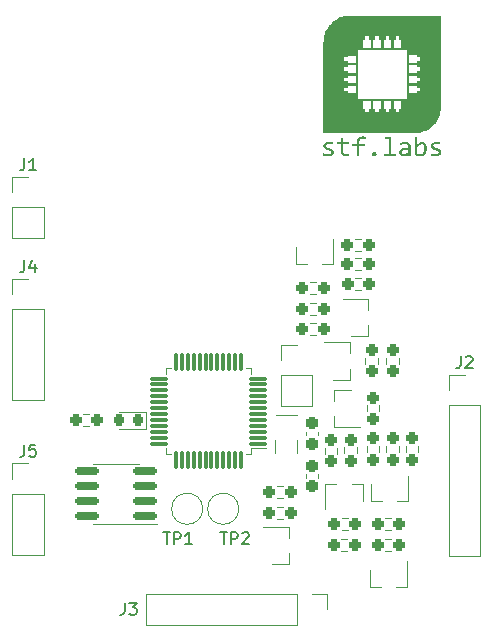
<source format=gto>
G04 #@! TF.GenerationSoftware,KiCad,Pcbnew,7.0.11-2.fc39*
G04 #@! TF.CreationDate,2024-05-22T12:02:30+02:00*
G04 #@! TF.ProjectId,home_automation_module_std,686f6d65-5f61-4757-946f-6d6174696f6e,1.0*
G04 #@! TF.SameCoordinates,Original*
G04 #@! TF.FileFunction,Legend,Top*
G04 #@! TF.FilePolarity,Positive*
%FSLAX46Y46*%
G04 Gerber Fmt 4.6, Leading zero omitted, Abs format (unit mm)*
G04 Created by KiCad (PCBNEW 7.0.11-2.fc39) date 2024-05-22 12:02:30*
%MOMM*%
%LPD*%
G01*
G04 APERTURE LIST*
G04 Aperture macros list*
%AMRoundRect*
0 Rectangle with rounded corners*
0 $1 Rounding radius*
0 $2 $3 $4 $5 $6 $7 $8 $9 X,Y pos of 4 corners*
0 Add a 4 corners polygon primitive as box body*
4,1,4,$2,$3,$4,$5,$6,$7,$8,$9,$2,$3,0*
0 Add four circle primitives for the rounded corners*
1,1,$1+$1,$2,$3*
1,1,$1+$1,$4,$5*
1,1,$1+$1,$6,$7*
1,1,$1+$1,$8,$9*
0 Add four rect primitives between the rounded corners*
20,1,$1+$1,$2,$3,$4,$5,0*
20,1,$1+$1,$4,$5,$6,$7,0*
20,1,$1+$1,$6,$7,$8,$9,0*
20,1,$1+$1,$8,$9,$2,$3,0*%
G04 Aperture macros list end*
%ADD10C,0.150000*%
%ADD11C,0.120000*%
%ADD12RoundRect,0.237500X0.250000X0.237500X-0.250000X0.237500X-0.250000X-0.237500X0.250000X-0.237500X0*%
%ADD13R,0.900000X0.800000*%
%ADD14R,1.700000X1.700000*%
%ADD15O,1.700000X1.700000*%
%ADD16RoundRect,0.237500X-0.250000X-0.237500X0.250000X-0.237500X0.250000X0.237500X-0.250000X0.237500X0*%
%ADD17RoundRect,0.150000X0.825000X0.150000X-0.825000X0.150000X-0.825000X-0.150000X0.825000X-0.150000X0*%
%ADD18RoundRect,0.237500X0.237500X-0.250000X0.237500X0.250000X-0.237500X0.250000X-0.237500X-0.250000X0*%
%ADD19RoundRect,0.237500X-0.237500X0.300000X-0.237500X-0.300000X0.237500X-0.300000X0.237500X0.300000X0*%
%ADD20R,0.800000X0.900000*%
%ADD21RoundRect,0.237500X-0.237500X0.250000X-0.237500X-0.250000X0.237500X-0.250000X0.237500X0.250000X0*%
%ADD22R,1.800000X1.750000*%
%ADD23RoundRect,0.075000X0.662500X0.075000X-0.662500X0.075000X-0.662500X-0.075000X0.662500X-0.075000X0*%
%ADD24RoundRect,0.075000X0.075000X0.662500X-0.075000X0.662500X-0.075000X-0.662500X0.075000X-0.662500X0*%
%ADD25RoundRect,0.218750X0.218750X0.256250X-0.218750X0.256250X-0.218750X-0.256250X0.218750X-0.256250X0*%
%ADD26R,1.524000X1.524000*%
%ADD27C,1.524000*%
G04 APERTURE END LIST*
D10*
X120189666Y-63418819D02*
X120189666Y-64133104D01*
X120189666Y-64133104D02*
X120142047Y-64275961D01*
X120142047Y-64275961D02*
X120046809Y-64371200D01*
X120046809Y-64371200D02*
X119903952Y-64418819D01*
X119903952Y-64418819D02*
X119808714Y-64418819D01*
X120618238Y-63514057D02*
X120665857Y-63466438D01*
X120665857Y-63466438D02*
X120761095Y-63418819D01*
X120761095Y-63418819D02*
X120999190Y-63418819D01*
X120999190Y-63418819D02*
X121094428Y-63466438D01*
X121094428Y-63466438D02*
X121142047Y-63514057D01*
X121142047Y-63514057D02*
X121189666Y-63609295D01*
X121189666Y-63609295D02*
X121189666Y-63704533D01*
X121189666Y-63704533D02*
X121142047Y-63847390D01*
X121142047Y-63847390D02*
X120570619Y-64418819D01*
X120570619Y-64418819D02*
X121189666Y-64418819D01*
X91741666Y-84290819D02*
X91741666Y-85005104D01*
X91741666Y-85005104D02*
X91694047Y-85147961D01*
X91694047Y-85147961D02*
X91598809Y-85243200D01*
X91598809Y-85243200D02*
X91455952Y-85290819D01*
X91455952Y-85290819D02*
X91360714Y-85290819D01*
X92122619Y-84290819D02*
X92741666Y-84290819D01*
X92741666Y-84290819D02*
X92408333Y-84671771D01*
X92408333Y-84671771D02*
X92551190Y-84671771D01*
X92551190Y-84671771D02*
X92646428Y-84719390D01*
X92646428Y-84719390D02*
X92694047Y-84767009D01*
X92694047Y-84767009D02*
X92741666Y-84862247D01*
X92741666Y-84862247D02*
X92741666Y-85100342D01*
X92741666Y-85100342D02*
X92694047Y-85195580D01*
X92694047Y-85195580D02*
X92646428Y-85243200D01*
X92646428Y-85243200D02*
X92551190Y-85290819D01*
X92551190Y-85290819D02*
X92265476Y-85290819D01*
X92265476Y-85290819D02*
X92170238Y-85243200D01*
X92170238Y-85243200D02*
X92122619Y-85195580D01*
X99830095Y-78321819D02*
X100401523Y-78321819D01*
X100115809Y-79321819D02*
X100115809Y-78321819D01*
X100734857Y-79321819D02*
X100734857Y-78321819D01*
X100734857Y-78321819D02*
X101115809Y-78321819D01*
X101115809Y-78321819D02*
X101211047Y-78369438D01*
X101211047Y-78369438D02*
X101258666Y-78417057D01*
X101258666Y-78417057D02*
X101306285Y-78512295D01*
X101306285Y-78512295D02*
X101306285Y-78655152D01*
X101306285Y-78655152D02*
X101258666Y-78750390D01*
X101258666Y-78750390D02*
X101211047Y-78798009D01*
X101211047Y-78798009D02*
X101115809Y-78845628D01*
X101115809Y-78845628D02*
X100734857Y-78845628D01*
X101687238Y-78417057D02*
X101734857Y-78369438D01*
X101734857Y-78369438D02*
X101830095Y-78321819D01*
X101830095Y-78321819D02*
X102068190Y-78321819D01*
X102068190Y-78321819D02*
X102163428Y-78369438D01*
X102163428Y-78369438D02*
X102211047Y-78417057D01*
X102211047Y-78417057D02*
X102258666Y-78512295D01*
X102258666Y-78512295D02*
X102258666Y-78607533D01*
X102258666Y-78607533D02*
X102211047Y-78750390D01*
X102211047Y-78750390D02*
X101639619Y-79321819D01*
X101639619Y-79321819D02*
X102258666Y-79321819D01*
X83232666Y-70911819D02*
X83232666Y-71626104D01*
X83232666Y-71626104D02*
X83185047Y-71768961D01*
X83185047Y-71768961D02*
X83089809Y-71864200D01*
X83089809Y-71864200D02*
X82946952Y-71911819D01*
X82946952Y-71911819D02*
X82851714Y-71911819D01*
X84185047Y-70911819D02*
X83708857Y-70911819D01*
X83708857Y-70911819D02*
X83661238Y-71388009D01*
X83661238Y-71388009D02*
X83708857Y-71340390D01*
X83708857Y-71340390D02*
X83804095Y-71292771D01*
X83804095Y-71292771D02*
X84042190Y-71292771D01*
X84042190Y-71292771D02*
X84137428Y-71340390D01*
X84137428Y-71340390D02*
X84185047Y-71388009D01*
X84185047Y-71388009D02*
X84232666Y-71483247D01*
X84232666Y-71483247D02*
X84232666Y-71721342D01*
X84232666Y-71721342D02*
X84185047Y-71816580D01*
X84185047Y-71816580D02*
X84137428Y-71864200D01*
X84137428Y-71864200D02*
X84042190Y-71911819D01*
X84042190Y-71911819D02*
X83804095Y-71911819D01*
X83804095Y-71911819D02*
X83708857Y-71864200D01*
X83708857Y-71864200D02*
X83661238Y-71816580D01*
X83232666Y-55290819D02*
X83232666Y-56005104D01*
X83232666Y-56005104D02*
X83185047Y-56147961D01*
X83185047Y-56147961D02*
X83089809Y-56243200D01*
X83089809Y-56243200D02*
X82946952Y-56290819D01*
X82946952Y-56290819D02*
X82851714Y-56290819D01*
X84137428Y-55624152D02*
X84137428Y-56290819D01*
X83899333Y-55243200D02*
X83661238Y-55957485D01*
X83661238Y-55957485D02*
X84280285Y-55957485D01*
X95004095Y-78321819D02*
X95575523Y-78321819D01*
X95289809Y-79321819D02*
X95289809Y-78321819D01*
X95908857Y-79321819D02*
X95908857Y-78321819D01*
X95908857Y-78321819D02*
X96289809Y-78321819D01*
X96289809Y-78321819D02*
X96385047Y-78369438D01*
X96385047Y-78369438D02*
X96432666Y-78417057D01*
X96432666Y-78417057D02*
X96480285Y-78512295D01*
X96480285Y-78512295D02*
X96480285Y-78655152D01*
X96480285Y-78655152D02*
X96432666Y-78750390D01*
X96432666Y-78750390D02*
X96385047Y-78798009D01*
X96385047Y-78798009D02*
X96289809Y-78845628D01*
X96289809Y-78845628D02*
X95908857Y-78845628D01*
X97432666Y-79321819D02*
X96861238Y-79321819D01*
X97146952Y-79321819D02*
X97146952Y-78321819D01*
X97146952Y-78321819D02*
X97051714Y-78464676D01*
X97051714Y-78464676D02*
X96956476Y-78559914D01*
X96956476Y-78559914D02*
X96861238Y-78607533D01*
X83232666Y-46654819D02*
X83232666Y-47369104D01*
X83232666Y-47369104D02*
X83185047Y-47511961D01*
X83185047Y-47511961D02*
X83089809Y-47607200D01*
X83089809Y-47607200D02*
X82946952Y-47654819D01*
X82946952Y-47654819D02*
X82851714Y-47654819D01*
X84232666Y-47654819D02*
X83661238Y-47654819D01*
X83946952Y-47654819D02*
X83946952Y-46654819D01*
X83946952Y-46654819D02*
X83851714Y-46797676D01*
X83851714Y-46797676D02*
X83756476Y-46892914D01*
X83756476Y-46892914D02*
X83661238Y-46940533D01*
D11*
X107927224Y-61609500D02*
X107417776Y-61609500D01*
X107927224Y-60564500D02*
X107417776Y-60564500D01*
X105646000Y-77861000D02*
X103486000Y-77861000D01*
X105646000Y-77861000D02*
X105646000Y-78791000D01*
X105646000Y-81021000D02*
X104186000Y-81021000D01*
X105646000Y-81021000D02*
X105646000Y-80091000D01*
X119193000Y-64964000D02*
X120523000Y-64964000D01*
X119193000Y-66294000D02*
X119193000Y-64964000D01*
X119193000Y-67564000D02*
X119193000Y-80324000D01*
X119193000Y-67564000D02*
X121853000Y-67564000D01*
X119193000Y-80324000D02*
X121853000Y-80324000D01*
X121853000Y-67564000D02*
X121853000Y-80324000D01*
X108899000Y-83506000D02*
X108899000Y-84836000D01*
X107569000Y-83506000D02*
X108899000Y-83506000D01*
X106299000Y-83506000D02*
X93539000Y-83506000D01*
X106299000Y-83506000D02*
X106299000Y-86166000D01*
X93539000Y-83506000D02*
X93539000Y-86166000D01*
X106299000Y-86166000D02*
X93539000Y-86166000D01*
X109460000Y-69398000D02*
X111620000Y-69398000D01*
X109460000Y-69398000D02*
X109460000Y-68468000D01*
X109460000Y-66238000D02*
X110920000Y-66238000D01*
X109460000Y-66238000D02*
X109460000Y-67168000D01*
X111251276Y-55103500D02*
X111760724Y-55103500D01*
X111251276Y-56148500D02*
X111760724Y-56148500D01*
X90997000Y-77617000D02*
X94447000Y-77617000D01*
X90997000Y-77617000D02*
X89047000Y-77617000D01*
X90997000Y-72497000D02*
X92947000Y-72497000D01*
X90997000Y-72497000D02*
X89047000Y-72497000D01*
X88240776Y-68311500D02*
X88750224Y-68311500D01*
X88240776Y-69356500D02*
X88750224Y-69356500D01*
X112253500Y-68072724D02*
X112253500Y-67563276D01*
X113298500Y-68072724D02*
X113298500Y-67563276D01*
X108079000Y-73413233D02*
X108079000Y-73705767D01*
X107059000Y-73413233D02*
X107059000Y-73705767D01*
X113814776Y-77074500D02*
X114324224Y-77074500D01*
X113814776Y-78119500D02*
X114324224Y-78119500D01*
X109403000Y-55640000D02*
X109403000Y-53480000D01*
X109403000Y-55640000D02*
X108473000Y-55640000D01*
X106243000Y-55640000D02*
X106243000Y-54180000D01*
X106243000Y-55640000D02*
X107173000Y-55640000D01*
X101396000Y-76327000D02*
G75*
G03*
X98756000Y-76327000I-1320000J0D01*
G01*
X98756000Y-76327000D02*
G75*
G03*
X101396000Y-76327000I1320000J0D01*
G01*
X82236000Y-72457000D02*
X83566000Y-72457000D01*
X82236000Y-73787000D02*
X82236000Y-72457000D01*
X82236000Y-75057000D02*
X82236000Y-80197000D01*
X82236000Y-75057000D02*
X84896000Y-75057000D01*
X82236000Y-80197000D02*
X84896000Y-80197000D01*
X84896000Y-75057000D02*
X84896000Y-80197000D01*
X115642000Y-82929000D02*
X115642000Y-80769000D01*
X115642000Y-82929000D02*
X114712000Y-82929000D01*
X112482000Y-82929000D02*
X112482000Y-81469000D01*
X112482000Y-82929000D02*
X113412000Y-82929000D01*
X114949500Y-70992276D02*
X114949500Y-71501724D01*
X113904500Y-70992276D02*
X113904500Y-71501724D01*
X111393500Y-71119276D02*
X111393500Y-71628724D01*
X110348500Y-71119276D02*
X110348500Y-71628724D01*
X109742500Y-71142776D02*
X109742500Y-71652224D01*
X108697500Y-71142776D02*
X108697500Y-71652224D01*
X112253500Y-71525224D02*
X112253500Y-71015776D01*
X113298500Y-71525224D02*
X113298500Y-71015776D01*
X116600500Y-71015776D02*
X116600500Y-71525224D01*
X115555500Y-71015776D02*
X115555500Y-71525224D01*
X82236000Y-56836000D02*
X83566000Y-56836000D01*
X82236000Y-58166000D02*
X82236000Y-56836000D01*
X82236000Y-59436000D02*
X82236000Y-67116000D01*
X82236000Y-59436000D02*
X84896000Y-59436000D01*
X82236000Y-67116000D02*
X84896000Y-67116000D01*
X84896000Y-59436000D02*
X84896000Y-67116000D01*
X112377000Y-58552000D02*
X110217000Y-58552000D01*
X112377000Y-58552000D02*
X112377000Y-59482000D01*
X112377000Y-61712000D02*
X110917000Y-61712000D01*
X112377000Y-61712000D02*
X112377000Y-60782000D01*
X105156724Y-75452500D02*
X104647276Y-75452500D01*
X105156724Y-74407500D02*
X104647276Y-74407500D01*
G36*
X114323045Y-45548261D02*
G01*
X114323045Y-46278437D01*
X114496093Y-46278437D01*
X114669140Y-46278437D01*
X114669140Y-46362851D01*
X114669140Y-46447264D01*
X114200646Y-46447264D01*
X113732151Y-46447264D01*
X113732151Y-46362851D01*
X113732151Y-46278437D01*
X113922081Y-46278437D01*
X114112012Y-46278437D01*
X114112012Y-45632674D01*
X114112012Y-44986912D01*
X113943185Y-44986912D01*
X113774358Y-44986912D01*
X113774358Y-44902498D01*
X113774358Y-44818085D01*
X114048702Y-44818085D01*
X114323045Y-44818085D01*
X114323045Y-45548261D01*
G37*
G36*
X112906621Y-46078995D02*
G01*
X112959768Y-46095914D01*
X113000404Y-46119381D01*
X113029721Y-46148071D01*
X113053075Y-46187437D01*
X113056134Y-46194024D01*
X113071650Y-46247218D01*
X113071556Y-46300562D01*
X113056866Y-46351239D01*
X113028591Y-46396434D01*
X112987743Y-46433332D01*
X112965391Y-46446548D01*
X112922652Y-46460499D01*
X112873229Y-46464526D01*
X112824093Y-46458636D01*
X112788845Y-46446382D01*
X112742680Y-46414945D01*
X112709781Y-46373308D01*
X112690656Y-46322328D01*
X112685610Y-46272377D01*
X112692715Y-46215761D01*
X112714046Y-46167669D01*
X112750328Y-46126489D01*
X112751745Y-46125267D01*
X112800392Y-46093591D01*
X112852544Y-46078093D01*
X112906621Y-46078995D01*
G37*
G36*
X111976074Y-44803308D02*
G01*
X112024364Y-44805895D01*
X112054115Y-44809074D01*
X112096128Y-44814847D01*
X112124352Y-44820018D01*
X112141507Y-44827527D01*
X112150310Y-44840316D01*
X112153481Y-44861325D01*
X112153737Y-44893495D01*
X112153620Y-44916713D01*
X112153620Y-45005762D01*
X112130406Y-45000843D01*
X112113025Y-44997783D01*
X112083188Y-44993153D01*
X112045177Y-44987597D01*
X112005897Y-44982116D01*
X111917865Y-44973685D01*
X111843044Y-44974555D01*
X111780304Y-44985114D01*
X111728515Y-45005752D01*
X111686547Y-45036859D01*
X111653273Y-45078824D01*
X111637040Y-45109311D01*
X111629924Y-45126207D01*
X111624678Y-45143396D01*
X111620949Y-45163939D01*
X111618382Y-45190896D01*
X111616623Y-45227329D01*
X111615319Y-45276298D01*
X111614821Y-45301352D01*
X111612007Y-45451186D01*
X111865931Y-45451186D01*
X112119855Y-45451186D01*
X112119855Y-45535599D01*
X112119855Y-45620012D01*
X111866614Y-45620012D01*
X111613374Y-45620012D01*
X111613374Y-46033638D01*
X111613374Y-46447264D01*
X111507857Y-46447264D01*
X111402341Y-46447264D01*
X111402341Y-46033638D01*
X111402341Y-45620012D01*
X111212410Y-45620012D01*
X111022480Y-45620012D01*
X111022480Y-45535599D01*
X111022480Y-45451186D01*
X111212410Y-45451186D01*
X111402341Y-45451186D01*
X111402341Y-45309033D01*
X111403907Y-45228100D01*
X111408967Y-45160751D01*
X111418064Y-45103946D01*
X111431740Y-45054645D01*
X111450538Y-45009811D01*
X111458477Y-44994521D01*
X111497221Y-44940124D01*
X111550017Y-44891876D01*
X111614638Y-44851461D01*
X111688507Y-44820678D01*
X111716852Y-44814480D01*
X111758183Y-44809440D01*
X111808635Y-44805680D01*
X111864344Y-44803323D01*
X111921446Y-44802492D01*
X111976074Y-44803308D01*
G37*
G36*
X110227492Y-44920959D02*
G01*
X110231142Y-44925466D01*
X110233775Y-44935651D01*
X110235557Y-44953559D01*
X110236649Y-44981235D01*
X110237215Y-45020725D01*
X110237419Y-45074074D01*
X110237435Y-45105090D01*
X110237435Y-45290800D01*
X110499117Y-45290800D01*
X110760799Y-45290800D01*
X110760799Y-45375213D01*
X110760799Y-45459627D01*
X110498586Y-45459627D01*
X110236373Y-45459627D01*
X110239015Y-45790950D01*
X110241656Y-46122272D01*
X110265902Y-46171650D01*
X110298215Y-46219065D01*
X110342585Y-46254897D01*
X110398222Y-46278520D01*
X110401675Y-46279475D01*
X110434483Y-46284841D01*
X110479283Y-46287391D01*
X110531434Y-46287209D01*
X110586296Y-46284380D01*
X110639229Y-46278989D01*
X110667944Y-46274594D01*
X110701782Y-46268781D01*
X110729771Y-46264321D01*
X110747349Y-46261928D01*
X110750247Y-46261710D01*
X110755328Y-46266629D01*
X110758623Y-46282858D01*
X110760365Y-46312335D01*
X110760799Y-46349505D01*
X110760799Y-46437455D01*
X110720702Y-46447112D01*
X110695886Y-46450957D01*
X110657870Y-46454252D01*
X110610260Y-46456925D01*
X110556665Y-46458908D01*
X110500693Y-46460129D01*
X110445950Y-46460519D01*
X110396044Y-46460007D01*
X110354584Y-46458524D01*
X110325176Y-46455998D01*
X110318760Y-46454930D01*
X110253198Y-46435034D01*
X110192064Y-46404120D01*
X110138745Y-46364535D01*
X110096628Y-46318622D01*
X110077591Y-46287940D01*
X110067569Y-46267420D01*
X110059243Y-46247512D01*
X110052455Y-46226462D01*
X110047051Y-46202520D01*
X110042874Y-46173934D01*
X110039768Y-46138951D01*
X110037578Y-46095821D01*
X110036146Y-46042792D01*
X110035317Y-45978111D01*
X110034935Y-45900028D01*
X110034843Y-45808169D01*
X110034843Y-45459627D01*
X109870237Y-45459627D01*
X109705631Y-45459627D01*
X109705631Y-45375213D01*
X109705631Y-45290800D01*
X109870055Y-45290800D01*
X110034479Y-45290800D01*
X110036771Y-45128304D01*
X110039064Y-44965808D01*
X110123477Y-44943299D01*
X110160341Y-44933771D01*
X110192185Y-44926092D01*
X110214793Y-44921250D01*
X110222663Y-44920085D01*
X110227492Y-44920959D01*
G37*
G36*
X116524898Y-45136745D02*
G01*
X116522015Y-45455406D01*
X116577243Y-45399887D01*
X116637412Y-45348890D01*
X116704852Y-45308201D01*
X116774970Y-45280402D01*
X116801940Y-45273635D01*
X116833140Y-45269443D01*
X116874426Y-45267015D01*
X116919065Y-45266679D01*
X116934998Y-45267147D01*
X117000598Y-45273531D01*
X117055155Y-45288072D01*
X117103344Y-45312761D01*
X117149839Y-45349591D01*
X117166831Y-45365974D01*
X117212102Y-45420575D01*
X117248801Y-45485500D01*
X117277426Y-45562065D01*
X117298470Y-45651583D01*
X117312045Y-45751379D01*
X117316914Y-45866604D01*
X117308588Y-45974138D01*
X117287468Y-46073217D01*
X117253955Y-46163077D01*
X117208451Y-46242953D01*
X117151358Y-46312080D01*
X117083077Y-46369694D01*
X117004010Y-46415031D01*
X116952523Y-46435690D01*
X116924961Y-46444689D01*
X116900307Y-46451127D01*
X116874634Y-46455499D01*
X116844011Y-46458300D01*
X116804511Y-46460025D01*
X116752205Y-46461168D01*
X116749931Y-46461207D01*
X116663941Y-46461029D01*
X116594347Y-46457348D01*
X116547339Y-46451325D01*
X116507758Y-46442936D01*
X116460417Y-46431027D01*
X116413476Y-46417702D01*
X116397505Y-46412725D01*
X116315202Y-46386267D01*
X116315202Y-46250654D01*
X116526236Y-46250654D01*
X116587435Y-46268268D01*
X116626326Y-46279331D01*
X116654454Y-46286566D01*
X116677276Y-46290841D01*
X116700244Y-46293025D01*
X116728814Y-46293985D01*
X116751289Y-46294341D01*
X116822706Y-46290191D01*
X116871799Y-46279254D01*
X116934596Y-46251141D01*
X116988510Y-46208965D01*
X117032931Y-46153381D01*
X117067251Y-46085042D01*
X117076248Y-46059828D01*
X117086604Y-46016133D01*
X117094079Y-45960435D01*
X117098524Y-45897391D01*
X117099792Y-45831656D01*
X117097736Y-45767887D01*
X117092208Y-45710742D01*
X117088097Y-45686118D01*
X117067324Y-45609309D01*
X117038421Y-45547128D01*
X117001443Y-45499646D01*
X116956445Y-45466940D01*
X116911352Y-45450679D01*
X116854426Y-45446232D01*
X116795874Y-45458088D01*
X116735534Y-45486336D01*
X116673243Y-45531066D01*
X116608840Y-45592365D01*
X116567182Y-45639444D01*
X116526236Y-45688420D01*
X116526236Y-45969537D01*
X116526236Y-46250654D01*
X116315202Y-46250654D01*
X116315202Y-45602176D01*
X116315202Y-44818085D01*
X116421491Y-44818085D01*
X116527780Y-44818085D01*
X116524898Y-45136745D01*
G37*
G36*
X109134303Y-45268939D02*
G01*
X109196037Y-45271755D01*
X109252152Y-45275924D01*
X109298910Y-45281398D01*
X109306777Y-45282639D01*
X109367977Y-45292840D01*
X109367977Y-45385779D01*
X109367977Y-45478719D01*
X109340543Y-45474012D01*
X109320097Y-45470420D01*
X109288449Y-45464765D01*
X109251006Y-45458014D01*
X109232916Y-45454734D01*
X109174067Y-45446348D01*
X109110521Y-45441222D01*
X109046497Y-45439364D01*
X108986215Y-45440787D01*
X108933896Y-45445501D01*
X108893759Y-45453516D01*
X108892593Y-45453867D01*
X108842479Y-45475493D01*
X108805508Y-45505075D01*
X108782627Y-45541326D01*
X108774784Y-45582959D01*
X108777695Y-45610012D01*
X108785523Y-45634086D01*
X108799248Y-45655692D01*
X108820507Y-45675814D01*
X108850937Y-45695437D01*
X108892174Y-45715547D01*
X108945855Y-45737128D01*
X109013619Y-45761166D01*
X109048019Y-45772677D01*
X109139506Y-45804470D01*
X109215720Y-45834747D01*
X109278086Y-45864489D01*
X109328028Y-45894680D01*
X109366972Y-45926302D01*
X109396341Y-45960335D01*
X109417561Y-45997764D01*
X109431376Y-46037021D01*
X109443273Y-46109480D01*
X109439187Y-46177872D01*
X109419715Y-46241329D01*
X109385451Y-46298982D01*
X109336989Y-46349964D01*
X109274926Y-46393407D01*
X109199855Y-46428441D01*
X109152431Y-46444043D01*
X109128576Y-46449585D01*
X109099222Y-46453768D01*
X109061693Y-46456791D01*
X109013316Y-46458854D01*
X108951417Y-46460156D01*
X108933248Y-46460389D01*
X108879866Y-46460822D01*
X108830802Y-46460877D01*
X108789113Y-46460576D01*
X108757857Y-46459944D01*
X108740090Y-46459004D01*
X108739097Y-46458884D01*
X108689517Y-46451609D01*
X108641804Y-46443704D01*
X108600956Y-46436047D01*
X108572381Y-46429623D01*
X108540726Y-46421289D01*
X108540726Y-46328760D01*
X108541278Y-46285279D01*
X108543086Y-46256678D01*
X108546375Y-46240985D01*
X108551334Y-46236230D01*
X108563444Y-46238004D01*
X108588238Y-46242816D01*
X108621953Y-46249905D01*
X108655976Y-46257413D01*
X108737096Y-46272747D01*
X108819525Y-46282937D01*
X108900318Y-46287976D01*
X108976533Y-46287860D01*
X109045227Y-46282584D01*
X109103458Y-46272142D01*
X109144687Y-46258234D01*
X109184575Y-46234966D01*
X109209493Y-46207121D01*
X109221276Y-46171738D01*
X109222299Y-46132940D01*
X109217994Y-46099234D01*
X109208951Y-46076011D01*
X109198620Y-46062607D01*
X109171770Y-46041450D01*
X109129586Y-46018286D01*
X109073413Y-45993717D01*
X109004596Y-45968347D01*
X108945910Y-45949284D01*
X108854047Y-45918440D01*
X108777578Y-45887064D01*
X108715020Y-45854203D01*
X108664891Y-45818898D01*
X108625707Y-45780195D01*
X108595985Y-45737138D01*
X108585765Y-45717088D01*
X108565921Y-45654894D01*
X108560904Y-45588759D01*
X108570703Y-45522795D01*
X108586404Y-45478853D01*
X108621617Y-45421429D01*
X108670876Y-45370959D01*
X108732315Y-45328763D01*
X108804064Y-45296161D01*
X108872134Y-45276900D01*
X108905911Y-45272205D01*
X108952754Y-45269111D01*
X109008925Y-45267568D01*
X109070687Y-45267527D01*
X109134303Y-45268939D01*
G37*
G36*
X118234071Y-45268939D02*
G01*
X118295804Y-45271755D01*
X118351919Y-45275924D01*
X118398677Y-45281398D01*
X118406545Y-45282639D01*
X118467744Y-45292840D01*
X118467744Y-45385779D01*
X118467744Y-45478719D01*
X118440310Y-45474012D01*
X118419864Y-45470420D01*
X118388217Y-45464765D01*
X118350773Y-45458014D01*
X118332683Y-45454734D01*
X118273834Y-45446348D01*
X118210288Y-45441222D01*
X118146264Y-45439364D01*
X118085983Y-45440787D01*
X118033663Y-45445501D01*
X117993527Y-45453516D01*
X117992361Y-45453867D01*
X117942246Y-45475493D01*
X117905275Y-45505075D01*
X117882395Y-45541326D01*
X117874551Y-45582959D01*
X117877463Y-45610012D01*
X117885291Y-45634086D01*
X117899016Y-45655692D01*
X117920274Y-45675814D01*
X117950704Y-45695437D01*
X117991941Y-45715547D01*
X118045623Y-45737128D01*
X118113386Y-45761166D01*
X118147787Y-45772677D01*
X118239273Y-45804470D01*
X118315487Y-45834747D01*
X118377853Y-45864489D01*
X118427796Y-45894680D01*
X118466739Y-45926302D01*
X118496109Y-45960335D01*
X118517328Y-45997764D01*
X118531143Y-46037021D01*
X118543040Y-46109480D01*
X118538955Y-46177872D01*
X118519482Y-46241329D01*
X118485218Y-46298982D01*
X118436757Y-46349964D01*
X118374693Y-46393407D01*
X118299622Y-46428441D01*
X118252199Y-46444043D01*
X118228344Y-46449585D01*
X118198989Y-46453768D01*
X118161460Y-46456791D01*
X118113083Y-46458854D01*
X118051184Y-46460156D01*
X118033015Y-46460389D01*
X117979633Y-46460822D01*
X117930569Y-46460877D01*
X117888880Y-46460576D01*
X117857624Y-46459944D01*
X117839857Y-46459004D01*
X117838864Y-46458884D01*
X117789284Y-46451609D01*
X117741571Y-46443704D01*
X117700723Y-46436047D01*
X117672148Y-46429623D01*
X117640493Y-46421289D01*
X117640493Y-46328760D01*
X117641045Y-46285279D01*
X117642853Y-46256678D01*
X117646142Y-46240985D01*
X117651102Y-46236230D01*
X117663211Y-46238004D01*
X117688006Y-46242816D01*
X117721720Y-46249905D01*
X117755743Y-46257413D01*
X117836864Y-46272747D01*
X117919292Y-46282937D01*
X118000085Y-46287976D01*
X118076300Y-46287860D01*
X118144995Y-46282584D01*
X118203225Y-46272142D01*
X118244455Y-46258234D01*
X118284342Y-46234966D01*
X118309260Y-46207121D01*
X118321043Y-46171738D01*
X118322066Y-46132940D01*
X118317762Y-46099234D01*
X118308719Y-46076011D01*
X118298387Y-46062607D01*
X118271538Y-46041450D01*
X118229354Y-46018286D01*
X118173181Y-45993717D01*
X118104364Y-45968347D01*
X118045677Y-45949284D01*
X117953814Y-45918440D01*
X117877345Y-45887064D01*
X117814787Y-45854203D01*
X117764658Y-45818898D01*
X117725474Y-45780195D01*
X117695753Y-45737138D01*
X117685532Y-45717088D01*
X117665689Y-45654894D01*
X117660672Y-45588759D01*
X117670470Y-45522795D01*
X117686171Y-45478853D01*
X117721384Y-45421429D01*
X117770644Y-45370959D01*
X117832082Y-45328763D01*
X117903831Y-45296161D01*
X117971901Y-45276900D01*
X118005679Y-45272205D01*
X118052521Y-45269111D01*
X118108692Y-45267568D01*
X118170454Y-45267527D01*
X118234071Y-45268939D01*
G37*
G36*
X115598213Y-45270017D02*
G01*
X115653531Y-45277758D01*
X115702896Y-45290692D01*
X115749826Y-45309372D01*
X115764142Y-45316271D01*
X115825243Y-45355965D01*
X115875644Y-45407816D01*
X115913959Y-45469895D01*
X115938801Y-45540276D01*
X115943988Y-45566097D01*
X115945615Y-45584418D01*
X115947136Y-45617744D01*
X115948517Y-45664198D01*
X115949725Y-45721903D01*
X115950728Y-45788982D01*
X115951493Y-45863559D01*
X115951986Y-45943754D01*
X115952175Y-46027693D01*
X115952175Y-46031528D01*
X115952224Y-46447264D01*
X115860354Y-46447264D01*
X115817488Y-46447119D01*
X115788694Y-46445018D01*
X115771170Y-46438462D01*
X115762114Y-46424951D01*
X115758725Y-46401987D01*
X115758201Y-46367070D01*
X115758189Y-46356136D01*
X115758073Y-46302995D01*
X115707474Y-46343937D01*
X115637411Y-46392268D01*
X115561184Y-46430069D01*
X115499394Y-46450747D01*
X115461250Y-46457531D01*
X115412936Y-46461712D01*
X115359838Y-46463265D01*
X115307345Y-46462164D01*
X115260844Y-46458383D01*
X115226269Y-46452050D01*
X115154282Y-46424597D01*
X115094999Y-46386081D01*
X115048671Y-46336842D01*
X115015552Y-46277220D01*
X114995893Y-46207554D01*
X114989911Y-46134154D01*
X114990769Y-46124201D01*
X115209386Y-46124201D01*
X115214461Y-46174008D01*
X115230809Y-46213781D01*
X115260115Y-46247382D01*
X115264944Y-46251481D01*
X115311811Y-46279435D01*
X115366280Y-46292371D01*
X115428197Y-46290265D01*
X115466406Y-46282418D01*
X115527870Y-46260731D01*
X115593942Y-46227319D01*
X115660043Y-46184618D01*
X115683993Y-46166638D01*
X115740698Y-46122272D01*
X115740945Y-46017564D01*
X115741191Y-45912856D01*
X115570254Y-45917731D01*
X115500323Y-45920214D01*
X115444590Y-45923558D01*
X115400376Y-45928271D01*
X115365000Y-45934860D01*
X115335782Y-45943832D01*
X115310041Y-45955694D01*
X115285097Y-45970955D01*
X115283527Y-45972017D01*
X115251222Y-46003193D01*
X115226591Y-46045302D01*
X115212139Y-46093208D01*
X115209386Y-46124201D01*
X114990769Y-46124201D01*
X114996768Y-46054592D01*
X115017483Y-45984630D01*
X115052270Y-45923935D01*
X115101343Y-45872167D01*
X115164917Y-45828992D01*
X115193794Y-45814360D01*
X115229976Y-45798820D01*
X115266254Y-45786495D01*
X115305383Y-45776954D01*
X115350116Y-45769761D01*
X115403209Y-45764484D01*
X115467415Y-45760689D01*
X115545490Y-45757941D01*
X115553371Y-45757728D01*
X115741191Y-45752756D01*
X115741191Y-45687445D01*
X115735798Y-45619302D01*
X115719267Y-45563308D01*
X115691070Y-45518480D01*
X115650678Y-45483836D01*
X115623915Y-45469159D01*
X115603830Y-45460259D01*
X115585636Y-45454136D01*
X115565549Y-45450294D01*
X115539782Y-45448237D01*
X115504549Y-45447470D01*
X115458406Y-45447487D01*
X115375962Y-45450821D01*
X115299528Y-45460808D01*
X115223671Y-45478587D01*
X115142958Y-45505292D01*
X115097538Y-45522973D01*
X115091183Y-45524256D01*
X115086960Y-45520211D01*
X115084439Y-45508197D01*
X115083192Y-45485575D01*
X115082788Y-45449707D01*
X115082766Y-45432215D01*
X115082766Y-45335466D01*
X115143966Y-45317327D01*
X115209643Y-45299020D01*
X115267555Y-45285899D01*
X115323866Y-45276988D01*
X115384739Y-45271310D01*
X115455645Y-45267909D01*
X115533424Y-45266918D01*
X115598213Y-45270017D01*
G37*
G36*
X118532814Y-38527174D02*
G01*
X118530142Y-42492495D01*
X118512153Y-42598012D01*
X118473619Y-42786852D01*
X118424040Y-42964361D01*
X118362614Y-43132629D01*
X118288537Y-43293746D01*
X118201007Y-43449802D01*
X118160329Y-43513897D01*
X118076735Y-43631349D01*
X117981115Y-43748443D01*
X117877407Y-43860851D01*
X117769550Y-43964242D01*
X117686920Y-44034369D01*
X117549970Y-44134813D01*
X117402751Y-44226140D01*
X117247865Y-44307227D01*
X117087910Y-44376948D01*
X116925488Y-44434179D01*
X116763197Y-44477794D01*
X116603639Y-44506668D01*
X116591656Y-44508233D01*
X116558793Y-44513112D01*
X116533449Y-44518222D01*
X116519413Y-44522737D01*
X116517794Y-44524344D01*
X116509440Y-44524781D01*
X116484723Y-44525211D01*
X116444166Y-44525633D01*
X116388287Y-44526046D01*
X116317609Y-44526449D01*
X116232653Y-44526842D01*
X116133937Y-44527223D01*
X116021985Y-44527591D01*
X115897315Y-44527946D01*
X115760450Y-44528286D01*
X115611909Y-44528611D01*
X115452214Y-44528921D01*
X115281885Y-44529213D01*
X115101442Y-44529488D01*
X114911408Y-44529743D01*
X114712302Y-44529980D01*
X114504644Y-44530195D01*
X114288957Y-44530390D01*
X114065761Y-44530562D01*
X113835575Y-44530711D01*
X113598922Y-44530836D01*
X113356322Y-44530936D01*
X113108295Y-44531011D01*
X112855363Y-44531058D01*
X112598045Y-44531078D01*
X112541922Y-44531079D01*
X108566050Y-44531079D01*
X108566157Y-41770760D01*
X111942587Y-41770760D01*
X111942587Y-42125297D01*
X111942587Y-42479833D01*
X112027000Y-42479833D01*
X112111413Y-42479833D01*
X112111413Y-42619115D01*
X112111413Y-42758397D01*
X112254916Y-42758397D01*
X112398419Y-42758397D01*
X112398419Y-42619115D01*
X112398419Y-42479833D01*
X112482833Y-42479833D01*
X112567246Y-42479833D01*
X112567246Y-42125297D01*
X112567246Y-41770760D01*
X112786721Y-41770760D01*
X112786721Y-42125297D01*
X112786721Y-42479833D01*
X112871134Y-42479833D01*
X112955548Y-42479833D01*
X112955548Y-42619115D01*
X112955548Y-42758397D01*
X113099051Y-42758397D01*
X113242553Y-42758397D01*
X113242553Y-42619115D01*
X113242553Y-42479833D01*
X113326967Y-42479833D01*
X113411380Y-42479833D01*
X113411380Y-42125297D01*
X113411380Y-41770760D01*
X113689945Y-41770760D01*
X113689945Y-42125297D01*
X113689945Y-42479833D01*
X113774358Y-42479833D01*
X113858771Y-42479833D01*
X113858771Y-42619115D01*
X113858771Y-42758397D01*
X114002274Y-42758397D01*
X114145777Y-42758397D01*
X114145777Y-42619115D01*
X114145777Y-42479833D01*
X114230190Y-42479833D01*
X114314604Y-42479833D01*
X114314604Y-42125297D01*
X114314604Y-41770760D01*
X114534079Y-41770760D01*
X114534079Y-42125297D01*
X114534079Y-42479833D01*
X114618492Y-42479833D01*
X114702906Y-42479833D01*
X114702906Y-42619115D01*
X114702906Y-42758397D01*
X114846408Y-42758397D01*
X114989911Y-42758397D01*
X114989911Y-42619115D01*
X114989911Y-42479833D01*
X115074325Y-42479833D01*
X115158738Y-42479833D01*
X115158738Y-42125297D01*
X115158738Y-41770760D01*
X114846408Y-41770760D01*
X114534079Y-41770760D01*
X114314604Y-41770760D01*
X114002274Y-41770760D01*
X113689945Y-41770760D01*
X113411380Y-41770760D01*
X113099051Y-41770760D01*
X112786721Y-41770760D01*
X112567246Y-41770760D01*
X112254916Y-41770760D01*
X111942587Y-41770760D01*
X108566157Y-41770760D01*
X108566188Y-40985715D01*
X110338731Y-40985715D01*
X110478014Y-40985715D01*
X110617296Y-40985715D01*
X110617296Y-41070129D01*
X110617296Y-41154542D01*
X110971832Y-41154542D01*
X111326369Y-41154542D01*
X111326369Y-40842212D01*
X111326369Y-40529883D01*
X110971832Y-40529883D01*
X110617296Y-40529883D01*
X110617296Y-40614296D01*
X110617296Y-40698710D01*
X110478014Y-40698710D01*
X110338731Y-40698710D01*
X110338731Y-40842212D01*
X110338731Y-40985715D01*
X108566188Y-40985715D01*
X108566204Y-40565758D01*
X108566222Y-40252231D01*
X108566232Y-40141581D01*
X110338731Y-40141581D01*
X110478014Y-40141581D01*
X110617296Y-40141581D01*
X110617296Y-40225994D01*
X110617296Y-40310408D01*
X110971832Y-40310408D01*
X111326369Y-40310408D01*
X111326369Y-39998078D01*
X111326369Y-39685748D01*
X110971832Y-39685748D01*
X110617296Y-39685748D01*
X110617296Y-39770162D01*
X110617296Y-39854575D01*
X110478014Y-39854575D01*
X110338731Y-39854575D01*
X110338731Y-39998078D01*
X110338731Y-40141581D01*
X108566232Y-40141581D01*
X108566250Y-39955147D01*
X108566291Y-39674069D01*
X108566345Y-39408557D01*
X108566392Y-39238357D01*
X110338731Y-39238357D01*
X110478014Y-39238357D01*
X110617296Y-39238357D01*
X110617296Y-39322771D01*
X110617296Y-39407184D01*
X110971832Y-39407184D01*
X111326369Y-39407184D01*
X111326369Y-39094854D01*
X111326369Y-38782525D01*
X110971832Y-38782525D01*
X110617296Y-38782525D01*
X110617296Y-38866938D01*
X110617296Y-38951352D01*
X110478014Y-38951352D01*
X110338731Y-38951352D01*
X110338731Y-39094854D01*
X110338731Y-39238357D01*
X108566392Y-39238357D01*
X108566414Y-39158173D01*
X108566499Y-38922479D01*
X108566602Y-38701035D01*
X108566723Y-38493403D01*
X108566795Y-38394223D01*
X110338731Y-38394223D01*
X110478014Y-38394223D01*
X110617296Y-38394223D01*
X110617296Y-38478636D01*
X110617296Y-38563050D01*
X110971832Y-38563050D01*
X111326369Y-38563050D01*
X111326369Y-38263382D01*
X111326369Y-37963715D01*
X110971832Y-37963715D01*
X110617296Y-37963715D01*
X110617296Y-38035466D01*
X110617296Y-38107217D01*
X110478014Y-38107217D01*
X110338731Y-38107217D01*
X110338731Y-38250720D01*
X110338731Y-38394223D01*
X108566795Y-38394223D01*
X108566865Y-38299144D01*
X108567028Y-38117820D01*
X108567214Y-37948992D01*
X108567424Y-37792221D01*
X108567660Y-37647068D01*
X108567923Y-37513096D01*
X108568035Y-37465675D01*
X111461430Y-37465675D01*
X111461430Y-39550687D01*
X111461430Y-41635699D01*
X113550662Y-41635699D01*
X115639895Y-41635699D01*
X115639895Y-40529883D01*
X115774956Y-40529883D01*
X115774956Y-40829550D01*
X115774956Y-41129218D01*
X116129493Y-41129218D01*
X116484029Y-41129218D01*
X116484029Y-41044805D01*
X116484029Y-40960391D01*
X116623311Y-40960391D01*
X116762593Y-40960391D01*
X116762593Y-40829550D01*
X116762593Y-40698710D01*
X116623311Y-40698710D01*
X116484029Y-40698710D01*
X116484029Y-40614296D01*
X116484029Y-40529883D01*
X116129493Y-40529883D01*
X115774956Y-40529883D01*
X115639895Y-40529883D01*
X115639895Y-39685748D01*
X115774956Y-39685748D01*
X115774956Y-39998078D01*
X115774956Y-40310408D01*
X116129493Y-40310408D01*
X116484029Y-40310408D01*
X116484029Y-40225994D01*
X116484029Y-40141581D01*
X116623311Y-40141581D01*
X116762593Y-40141581D01*
X116762593Y-39998078D01*
X116762593Y-39854575D01*
X116623311Y-39854575D01*
X116484029Y-39854575D01*
X116484029Y-39770162D01*
X116484029Y-39685748D01*
X116129493Y-39685748D01*
X115774956Y-39685748D01*
X115639895Y-39685748D01*
X115639895Y-39550687D01*
X115639895Y-38790966D01*
X115774956Y-38790966D01*
X115774956Y-39099075D01*
X115774956Y-39407184D01*
X116129493Y-39407184D01*
X116484029Y-39407184D01*
X116484029Y-39322771D01*
X116484029Y-39238357D01*
X116623311Y-39238357D01*
X116762593Y-39238357D01*
X116762593Y-39099075D01*
X116762593Y-38959793D01*
X116623311Y-38959793D01*
X116484029Y-38959793D01*
X116484029Y-38875380D01*
X116484029Y-38790966D01*
X116129493Y-38790966D01*
X115774956Y-38790966D01*
X115639895Y-38790966D01*
X115639895Y-37938391D01*
X115774956Y-37938391D01*
X115774956Y-38250720D01*
X115774956Y-38563050D01*
X116129493Y-38563050D01*
X116484029Y-38563050D01*
X116484029Y-38478636D01*
X116484029Y-38394223D01*
X116623311Y-38394223D01*
X116762593Y-38394223D01*
X116762593Y-38250720D01*
X116762593Y-38107217D01*
X116623311Y-38107217D01*
X116484029Y-38107217D01*
X116484029Y-38022804D01*
X116484029Y-37938391D01*
X116129493Y-37938391D01*
X115774956Y-37938391D01*
X115639895Y-37938391D01*
X115639895Y-37465675D01*
X113550662Y-37465675D01*
X111461430Y-37465675D01*
X108568035Y-37465675D01*
X108568214Y-37389864D01*
X108568406Y-37322173D01*
X111942587Y-37322173D01*
X112254916Y-37322173D01*
X112567246Y-37322173D01*
X112786721Y-37322173D01*
X113099051Y-37322173D01*
X113411380Y-37322173D01*
X113698386Y-37322173D01*
X114006495Y-37322173D01*
X114314604Y-37322173D01*
X114542520Y-37322173D01*
X114850629Y-37322173D01*
X115158738Y-37322173D01*
X115158738Y-36967636D01*
X115158738Y-36613100D01*
X115074325Y-36613100D01*
X114989911Y-36613100D01*
X114989911Y-36469597D01*
X114989911Y-36326094D01*
X114846408Y-36326094D01*
X114702906Y-36326094D01*
X114702906Y-36469597D01*
X114702906Y-36613100D01*
X114622713Y-36613100D01*
X114542520Y-36613100D01*
X114542520Y-36967636D01*
X114542520Y-37322173D01*
X114314604Y-37322173D01*
X114314604Y-36967636D01*
X114314604Y-36613100D01*
X114225970Y-36613100D01*
X114137336Y-36613100D01*
X114137336Y-36469597D01*
X114137336Y-36326094D01*
X113998054Y-36326094D01*
X113858771Y-36326094D01*
X113858771Y-36469597D01*
X113858771Y-36613100D01*
X113778579Y-36613100D01*
X113698386Y-36613100D01*
X113698386Y-36967636D01*
X113698386Y-37322173D01*
X113411380Y-37322173D01*
X113411380Y-36967636D01*
X113411380Y-36613100D01*
X113331187Y-36613100D01*
X113250995Y-36613100D01*
X113250995Y-36469597D01*
X113250995Y-36326094D01*
X113099051Y-36326094D01*
X112947106Y-36326094D01*
X112947106Y-36469597D01*
X112947106Y-36613100D01*
X112866914Y-36613100D01*
X112786721Y-36613100D01*
X112786721Y-36967636D01*
X112786721Y-37322173D01*
X112567246Y-37322173D01*
X112567246Y-36967636D01*
X112567246Y-36613100D01*
X112487053Y-36613100D01*
X112406860Y-36613100D01*
X112406860Y-36469597D01*
X112406860Y-36326094D01*
X112254916Y-36326094D01*
X112102972Y-36326094D01*
X112102972Y-36469597D01*
X112102972Y-36613100D01*
X112022779Y-36613100D01*
X111942587Y-36613100D01*
X111942587Y-36967636D01*
X111942587Y-37322173D01*
X108568406Y-37322173D01*
X108568534Y-37276935D01*
X108568886Y-37173870D01*
X108569269Y-37080230D01*
X108569686Y-36995577D01*
X108570138Y-36919471D01*
X108570627Y-36851474D01*
X108571152Y-36791148D01*
X108571717Y-36738054D01*
X108572322Y-36691752D01*
X108572968Y-36651805D01*
X108573657Y-36617774D01*
X108574391Y-36589220D01*
X108575170Y-36565704D01*
X108575996Y-36546788D01*
X108576870Y-36532033D01*
X108577794Y-36521000D01*
X108578530Y-36514834D01*
X108614318Y-36319773D01*
X108665293Y-36131859D01*
X108731671Y-35950575D01*
X108813663Y-35775404D01*
X108911486Y-35605828D01*
X109019698Y-35448877D01*
X109066005Y-35390894D01*
X109122696Y-35326338D01*
X109186463Y-35258517D01*
X109254000Y-35190737D01*
X109322001Y-35126305D01*
X109387157Y-35068528D01*
X109446162Y-35020713D01*
X109453073Y-35015502D01*
X109617796Y-34902386D01*
X109787620Y-34805304D01*
X109963064Y-34724042D01*
X110144645Y-34658386D01*
X110332880Y-34608122D01*
X110519030Y-34574334D01*
X110527528Y-34573371D01*
X110539414Y-34572460D01*
X110555128Y-34571597D01*
X110575108Y-34570783D01*
X110599793Y-34570015D01*
X110629621Y-34569292D01*
X110665032Y-34568613D01*
X110706464Y-34567977D01*
X110754355Y-34567382D01*
X110809145Y-34566827D01*
X110871272Y-34566310D01*
X110941174Y-34565831D01*
X111019291Y-34565387D01*
X111106061Y-34564978D01*
X111201922Y-34564603D01*
X111307314Y-34564259D01*
X111422674Y-34563946D01*
X111548443Y-34563662D01*
X111685058Y-34563405D01*
X111832957Y-34563176D01*
X111992581Y-34562971D01*
X112164367Y-34562791D01*
X112348754Y-34562633D01*
X112546180Y-34562496D01*
X112757085Y-34562379D01*
X112981908Y-34562281D01*
X113221085Y-34562200D01*
X113475058Y-34562134D01*
X113744263Y-34562084D01*
X114029140Y-34562046D01*
X114330128Y-34562021D01*
X114570059Y-34562008D01*
X118535485Y-34561854D01*
X118532814Y-38527174D01*
G37*
X111784224Y-57799500D02*
X111274776Y-57799500D01*
X111784224Y-56754500D02*
X111274776Y-56754500D01*
X105156724Y-77230500D02*
X104647276Y-77230500D01*
X105156724Y-76185500D02*
X104647276Y-76185500D01*
X98348000Y-76327000D02*
G75*
G03*
X95708000Y-76327000I-1320000J0D01*
G01*
X95708000Y-76327000D02*
G75*
G03*
X98348000Y-76327000I1320000J0D01*
G01*
X108079000Y-69804233D02*
X108079000Y-70096767D01*
X107059000Y-69804233D02*
X107059000Y-70096767D01*
X108722000Y-74186000D02*
X108722000Y-76346000D01*
X108722000Y-74186000D02*
X109652000Y-74186000D01*
X111882000Y-74186000D02*
X111882000Y-75646000D01*
X111882000Y-74186000D02*
X110952000Y-74186000D01*
X104969000Y-62419000D02*
X106299000Y-62419000D01*
X104969000Y-63749000D02*
X104969000Y-62419000D01*
X104969000Y-65019000D02*
X104969000Y-67619000D01*
X104969000Y-65019000D02*
X107629000Y-65019000D01*
X104969000Y-67619000D02*
X107629000Y-67619000D01*
X107629000Y-65019000D02*
X107629000Y-67619000D01*
X113814776Y-78852500D02*
X114324224Y-78852500D01*
X113814776Y-79897500D02*
X114324224Y-79897500D01*
X111760724Y-54497500D02*
X111251276Y-54497500D01*
X111760724Y-53452500D02*
X111251276Y-53452500D01*
X106310000Y-68394000D02*
X104510000Y-68394000D01*
X106360000Y-70544000D02*
X106360000Y-71644000D01*
X104460000Y-70544000D02*
X104460000Y-71644000D01*
X110803000Y-62235000D02*
X108643000Y-62235000D01*
X110803000Y-62235000D02*
X110803000Y-63165000D01*
X110803000Y-65395000D02*
X109343000Y-65395000D01*
X110803000Y-65395000D02*
X110803000Y-64465000D01*
X107417776Y-58913500D02*
X107927224Y-58913500D01*
X107417776Y-59958500D02*
X107927224Y-59958500D01*
X110594224Y-79897500D02*
X110084776Y-79897500D01*
X110594224Y-78852500D02*
X110084776Y-78852500D01*
X82236000Y-48200000D02*
X83566000Y-48200000D01*
X82236000Y-49530000D02*
X82236000Y-48200000D01*
X82236000Y-50800000D02*
X82236000Y-53400000D01*
X82236000Y-50800000D02*
X84896000Y-50800000D01*
X82236000Y-53400000D02*
X84896000Y-53400000D01*
X84896000Y-50800000D02*
X84896000Y-53400000D01*
X102444500Y-71662000D02*
X102444500Y-71212000D01*
X102444500Y-71212000D02*
X103734500Y-71212000D01*
X102444500Y-64442000D02*
X102444500Y-64892000D01*
X101994500Y-71662000D02*
X102444500Y-71662000D01*
X101994500Y-64442000D02*
X102444500Y-64442000D01*
X95674500Y-71662000D02*
X95224500Y-71662000D01*
X95674500Y-64442000D02*
X95224500Y-64442000D01*
X95224500Y-71662000D02*
X95224500Y-71212000D01*
X95224500Y-64442000D02*
X95224500Y-64892000D01*
X115753000Y-75706000D02*
X115753000Y-73546000D01*
X115753000Y-75706000D02*
X114823000Y-75706000D01*
X112593000Y-75706000D02*
X112593000Y-74246000D01*
X112593000Y-75706000D02*
X113523000Y-75706000D01*
X113171500Y-63522776D02*
X113171500Y-64032224D01*
X112126500Y-63522776D02*
X112126500Y-64032224D01*
X114949500Y-63522776D02*
X114949500Y-64032224D01*
X113904500Y-63522776D02*
X113904500Y-64032224D01*
X110617724Y-78119500D02*
X110108276Y-78119500D01*
X110617724Y-77074500D02*
X110108276Y-77074500D01*
X107417776Y-57135500D02*
X107927224Y-57135500D01*
X107417776Y-58180500D02*
X107927224Y-58180500D01*
X93534500Y-69569000D02*
X93534500Y-68099000D01*
X93534500Y-68099000D02*
X91249500Y-68099000D01*
X91249500Y-69569000D02*
X93534500Y-69569000D01*
%LPC*%
D12*
X108585000Y-61087000D03*
X106760000Y-61087000D03*
D13*
X103886000Y-78491000D03*
X103886000Y-80391000D03*
X105886000Y-79441000D03*
D14*
X120523000Y-66294000D03*
D15*
X120523000Y-68834000D03*
X120523000Y-71374000D03*
X120523000Y-73914000D03*
X120523000Y-76454000D03*
X120523000Y-78994000D03*
D14*
X107569000Y-84836000D03*
D15*
X105029000Y-84836000D03*
X102489000Y-84836000D03*
X99949000Y-84836000D03*
X97409000Y-84836000D03*
X94869000Y-84836000D03*
D13*
X111220000Y-68768000D03*
X111220000Y-66868000D03*
X109220000Y-67818000D03*
D16*
X110593500Y-55626000D03*
X112418500Y-55626000D03*
D17*
X93472000Y-76962000D03*
X93472000Y-75692000D03*
X93472000Y-74422000D03*
X93472000Y-73152000D03*
X88522000Y-73152000D03*
X88522000Y-74422000D03*
X88522000Y-75692000D03*
X88522000Y-76962000D03*
D16*
X87583000Y-68834000D03*
X89408000Y-68834000D03*
D18*
X112776000Y-68730500D03*
X112776000Y-66905500D03*
D19*
X107569000Y-72697000D03*
X107569000Y-74422000D03*
D16*
X113157000Y-77597000D03*
X114982000Y-77597000D03*
D20*
X108773000Y-53880000D03*
X106873000Y-53880000D03*
X107823000Y-55880000D03*
D15*
X100076000Y-76327000D03*
D14*
X83566000Y-73787000D03*
D15*
X83566000Y-76327000D03*
X83566000Y-78867000D03*
D20*
X115012000Y-81169000D03*
X113112000Y-81169000D03*
X114062000Y-83169000D03*
D21*
X114427000Y-70334500D03*
X114427000Y-72159500D03*
X110871000Y-70461500D03*
X110871000Y-72286500D03*
X109220000Y-70485000D03*
X109220000Y-72310000D03*
D18*
X112776000Y-72183000D03*
X112776000Y-70358000D03*
D21*
X116078000Y-70358000D03*
X116078000Y-72183000D03*
D14*
X83566000Y-58166000D03*
D15*
X83566000Y-60706000D03*
X83566000Y-63246000D03*
X83566000Y-65786000D03*
D13*
X110617000Y-59182000D03*
X110617000Y-61082000D03*
X112617000Y-60132000D03*
D12*
X105814500Y-74930000D03*
X103989500Y-74930000D03*
X112442000Y-57277000D03*
X110617000Y-57277000D03*
X105814500Y-76708000D03*
X103989500Y-76708000D03*
D15*
X97028000Y-76327000D03*
D19*
X107569000Y-69088000D03*
X107569000Y-70813000D03*
D20*
X109352000Y-75946000D03*
X111252000Y-75946000D03*
X110302000Y-73946000D03*
D14*
X106299000Y-63749000D03*
D15*
X106299000Y-66289000D03*
D16*
X113157000Y-79375000D03*
X114982000Y-79375000D03*
D12*
X112418500Y-53975000D03*
X110593500Y-53975000D03*
D22*
X105410000Y-69469000D03*
X105410000Y-72719000D03*
D13*
X109043000Y-62865000D03*
X109043000Y-64765000D03*
X111043000Y-63815000D03*
D16*
X106760000Y-59436000D03*
X108585000Y-59436000D03*
D12*
X111252000Y-79375000D03*
X109427000Y-79375000D03*
D14*
X83566000Y-49530000D03*
D15*
X83566000Y-52070000D03*
D23*
X102997000Y-70802000D03*
X102997000Y-70302000D03*
X102997000Y-69802000D03*
X102997000Y-69302000D03*
X102997000Y-68802000D03*
X102997000Y-68302000D03*
X102997000Y-67802000D03*
X102997000Y-67302000D03*
X102997000Y-66802000D03*
X102997000Y-66302000D03*
X102997000Y-65802000D03*
X102997000Y-65302000D03*
D24*
X101584500Y-63889500D03*
X101084500Y-63889500D03*
X100584500Y-63889500D03*
X100084500Y-63889500D03*
X99584500Y-63889500D03*
X99084500Y-63889500D03*
X98584500Y-63889500D03*
X98084500Y-63889500D03*
X97584500Y-63889500D03*
X97084500Y-63889500D03*
X96584500Y-63889500D03*
X96084500Y-63889500D03*
D23*
X94672000Y-65302000D03*
X94672000Y-65802000D03*
X94672000Y-66302000D03*
X94672000Y-66802000D03*
X94672000Y-67302000D03*
X94672000Y-67802000D03*
X94672000Y-68302000D03*
X94672000Y-68802000D03*
X94672000Y-69302000D03*
X94672000Y-69802000D03*
X94672000Y-70302000D03*
X94672000Y-70802000D03*
D24*
X96084500Y-72214500D03*
X96584500Y-72214500D03*
X97084500Y-72214500D03*
X97584500Y-72214500D03*
X98084500Y-72214500D03*
X98584500Y-72214500D03*
X99084500Y-72214500D03*
X99584500Y-72214500D03*
X100084500Y-72214500D03*
X100584500Y-72214500D03*
X101084500Y-72214500D03*
X101584500Y-72214500D03*
D20*
X115123000Y-73946000D03*
X113223000Y-73946000D03*
X114173000Y-75946000D03*
D21*
X112649000Y-62865000D03*
X112649000Y-64690000D03*
X114427000Y-62865000D03*
X114427000Y-64690000D03*
D12*
X111275500Y-77597000D03*
X109450500Y-77597000D03*
D16*
X106760000Y-57658000D03*
X108585000Y-57658000D03*
D25*
X92837000Y-68834000D03*
X91262000Y-68834000D03*
D26*
X103632000Y-59817000D03*
D27*
X103632000Y-57277000D03*
X101092000Y-59817000D03*
X101092000Y-57277000D03*
X98552000Y-59817000D03*
X98552000Y-57277000D03*
X96012000Y-59817000D03*
X96012000Y-57277000D03*
%LPD*%
M02*

</source>
